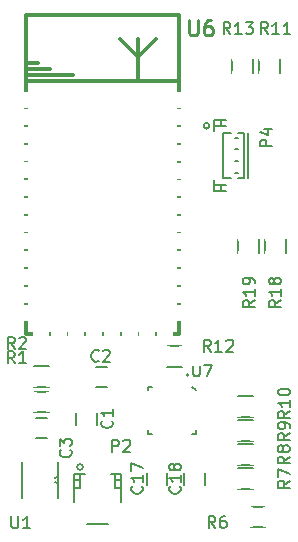
<source format=gto>
G04 #@! TF.FileFunction,Legend,Top*
%FSLAX46Y46*%
G04 Gerber Fmt 4.6, Leading zero omitted, Abs format (unit mm)*
G04 Created by KiCad (PCBNEW 4.0.4-stable) date 01/25/17 01:33:10*
%MOMM*%
%LPD*%
G01*
G04 APERTURE LIST*
%ADD10C,0.100000*%
%ADD11C,0.150000*%
%ADD12C,0.304800*%
%ADD13C,0.152400*%
%ADD14C,0.200000*%
%ADD15C,0.254000*%
%ADD16R,1.700000X1.900000*%
%ADD17R,1.950000X1.000000*%
%ADD18R,2.200000X1.600000*%
%ADD19R,1.299160X1.400760*%
%ADD20R,1.400760X1.299160*%
%ADD21R,1.900000X1.700000*%
%ADD22R,1.900000X1.650000*%
%ADD23R,1.000000X1.950000*%
%ADD24R,1.600000X2.200000*%
%ADD25R,1.650000X1.900000*%
%ADD26R,0.831800X1.797000*%
%ADD27R,2.279600X1.974800*%
%ADD28R,0.550000X1.000000*%
%ADD29R,1.000000X0.550000*%
%ADD30R,2.850000X2.850000*%
%ADD31C,1.900000*%
G04 APERTURE END LIST*
D10*
D11*
X129526000Y-57312000D02*
X129526000Y-58512000D01*
X127776000Y-58512000D02*
X127776000Y-57312000D01*
X125345000Y-47728500D02*
G75*
G03X125345000Y-47728500I-250000J0D01*
G01*
X128645000Y-48328500D02*
X128645000Y-52128500D01*
X126745000Y-47228500D02*
X125745000Y-47228500D01*
X125745000Y-47228500D02*
X125745000Y-48128500D01*
X125745000Y-47728500D02*
X126745000Y-47728500D01*
X126745000Y-47728500D02*
X126745000Y-47728500D01*
X126745000Y-47728500D02*
X125745000Y-47728500D01*
X125745000Y-47728500D02*
X125745000Y-47728500D01*
X126345000Y-47728500D02*
X126345000Y-47728500D01*
X126345000Y-47728500D02*
X126345000Y-47228500D01*
X126345000Y-47228500D02*
X126345000Y-47228500D01*
X126345000Y-47228500D02*
X126345000Y-47728500D01*
X126745000Y-53228500D02*
X125745000Y-53228500D01*
X125745000Y-53228500D02*
X125745000Y-52328500D01*
X125745000Y-52728500D02*
X126745000Y-52728500D01*
X126745000Y-52728500D02*
X126745000Y-52728500D01*
X126745000Y-52728500D02*
X125745000Y-52728500D01*
X125745000Y-52728500D02*
X125745000Y-52728500D01*
X126345000Y-52728500D02*
X126345000Y-52728500D01*
X126345000Y-52728500D02*
X126345000Y-53228500D01*
X126345000Y-53228500D02*
X126345000Y-53228500D01*
X126345000Y-53228500D02*
X126345000Y-52728500D01*
X127745000Y-48328500D02*
X128245000Y-48328500D01*
X128245000Y-48328500D02*
X128245000Y-52128500D01*
X128245000Y-52128500D02*
X127745000Y-52128500D01*
X127145000Y-48328500D02*
X126495000Y-48328500D01*
X126495000Y-48328500D02*
X126495000Y-52128500D01*
X126495000Y-52128500D02*
X127145000Y-52128500D01*
X127745000Y-48728500D02*
X127545000Y-48728500D01*
X127745000Y-49728500D02*
X127545000Y-49728500D01*
X127745000Y-50728500D02*
X127545000Y-50728500D01*
X127745000Y-51728500D02*
X127545000Y-51728500D01*
X131304000Y-42072000D02*
X131304000Y-43272000D01*
X129554000Y-43272000D02*
X129554000Y-42072000D01*
X129018000Y-42072000D02*
X129018000Y-43272000D01*
X127268000Y-43272000D02*
X127268000Y-42072000D01*
X130062000Y-58512000D02*
X130062000Y-57312000D01*
X131812000Y-57312000D02*
X131812000Y-58512000D01*
D12*
X109809280Y-42418000D02*
X110807500Y-42418000D01*
X109809280Y-42918380D02*
X111808260Y-42918380D01*
X109809280Y-43418760D02*
X113809780Y-43418760D01*
X119308880Y-41917620D02*
X120810020Y-40419020D01*
X119308880Y-40419020D02*
X119308880Y-41917620D01*
X119308880Y-43916600D02*
X119308880Y-41917620D01*
X119308880Y-41917620D02*
X117807740Y-40419020D01*
X109809280Y-43916600D02*
X122809000Y-43916600D01*
X109809280Y-38315900D02*
X109809280Y-65316100D01*
X109809280Y-65316100D02*
X122809000Y-65316100D01*
X122809000Y-38315900D02*
X122809000Y-65316100D01*
X109809280Y-38315900D02*
X122809000Y-38315900D01*
D11*
X111725000Y-69836000D02*
X110525000Y-69836000D01*
X110525000Y-68086000D02*
X111725000Y-68086000D01*
X116705000Y-68111000D02*
X115705000Y-68111000D01*
X115705000Y-69811000D02*
X116705000Y-69811000D01*
X111725000Y-71995000D02*
X110525000Y-71995000D01*
X110525000Y-70245000D02*
X111725000Y-70245000D01*
X114637500Y-76616000D02*
G75*
G03X114637500Y-76616000I-250000J0D01*
G01*
X114987500Y-81441000D02*
X116787500Y-81441000D01*
X113887500Y-79541000D02*
X113887500Y-77191000D01*
X113887500Y-77191000D02*
X114787500Y-77191000D01*
X114387500Y-77191000D02*
X114387500Y-78391000D01*
X114387500Y-78391000D02*
X114387500Y-78391000D01*
X114387500Y-78391000D02*
X114387500Y-77191000D01*
X114387500Y-77191000D02*
X114387500Y-77191000D01*
X114387500Y-77691000D02*
X114387500Y-77691000D01*
X114387500Y-77691000D02*
X113887500Y-77691000D01*
X113887500Y-77691000D02*
X113887500Y-77691000D01*
X113887500Y-77691000D02*
X114387500Y-77691000D01*
X114387500Y-78391000D02*
X114387500Y-78391000D01*
X114387500Y-78391000D02*
X113887500Y-78391000D01*
X113887500Y-78391000D02*
X113887500Y-78391000D01*
X113887500Y-78391000D02*
X114387500Y-78391000D01*
X117887500Y-79541000D02*
X117887500Y-77191000D01*
X117887500Y-77191000D02*
X116987500Y-77191000D01*
X117387500Y-77191000D02*
X117387500Y-78391000D01*
X117387500Y-78391000D02*
X117387500Y-78391000D01*
X117387500Y-78391000D02*
X117387500Y-77191000D01*
X117387500Y-77191000D02*
X117387500Y-77191000D01*
X117387500Y-77691000D02*
X117387500Y-77691000D01*
X117387500Y-77691000D02*
X117887500Y-77691000D01*
X117887500Y-77691000D02*
X117887500Y-77691000D01*
X117887500Y-77691000D02*
X117387500Y-77691000D01*
X117387500Y-78391000D02*
X117387500Y-78391000D01*
X117387500Y-78391000D02*
X117887500Y-78391000D01*
X117887500Y-78391000D02*
X117887500Y-78391000D01*
X117887500Y-78391000D02*
X117387500Y-78391000D01*
X114085000Y-72017000D02*
X114085000Y-73017000D01*
X115785000Y-73017000D02*
X115785000Y-72017000D01*
X111625000Y-72492500D02*
X110625000Y-72492500D01*
X110625000Y-74192500D02*
X111625000Y-74192500D01*
D13*
X109474000Y-76200000D02*
X109474000Y-79248000D01*
X112522000Y-79248000D02*
X112522000Y-78028800D01*
X112522000Y-78028800D02*
X112522000Y-77419200D01*
X112522000Y-77419200D02*
X112522000Y-76200000D01*
X112522002Y-78028803D02*
G75*
G02X112268000Y-77901800I-2372J312755D01*
G01*
X112268001Y-77546204D02*
G75*
G02X112522000Y-77419200I251629J-185748D01*
G01*
D11*
X128997000Y-78472000D02*
X127797000Y-78472000D01*
X127797000Y-76722000D02*
X128997000Y-76722000D01*
X124929000Y-78097000D02*
X124929000Y-77097000D01*
X123229000Y-77097000D02*
X123229000Y-78097000D01*
X130076500Y-81710500D02*
X128876500Y-81710500D01*
X128876500Y-79960500D02*
X130076500Y-79960500D01*
X128997000Y-76440000D02*
X127797000Y-76440000D01*
X127797000Y-74690000D02*
X128997000Y-74690000D01*
X128997000Y-74408000D02*
X127797000Y-74408000D01*
X127797000Y-72658000D02*
X128997000Y-72658000D01*
X121754000Y-78097000D02*
X121754000Y-77097000D01*
X120054000Y-77097000D02*
X120054000Y-78097000D01*
X128997000Y-72376000D02*
X127797000Y-72376000D01*
X127797000Y-70626000D02*
X128997000Y-70626000D01*
X121787360Y-66368960D02*
X122987360Y-66368960D01*
X122987360Y-68118960D02*
X121787360Y-68118960D01*
D14*
X123874000Y-69818500D02*
X124174000Y-70118500D01*
X124174000Y-73518500D02*
X124174000Y-73818500D01*
X124174000Y-73818500D02*
X123874000Y-73818500D01*
X120174000Y-70118500D02*
X120174000Y-69818500D01*
X120174000Y-69818500D02*
X120474000Y-69818500D01*
X120474000Y-73818500D02*
X120174000Y-73818500D01*
X120174000Y-73818500D02*
X120174000Y-73518500D01*
D10*
X123615420Y-68818500D02*
G75*
G03X123615420Y-68818500I-141420J0D01*
G01*
D11*
X129166881Y-62491857D02*
X128690690Y-62825191D01*
X129166881Y-63063286D02*
X128166881Y-63063286D01*
X128166881Y-62682333D01*
X128214500Y-62587095D01*
X128262119Y-62539476D01*
X128357357Y-62491857D01*
X128500214Y-62491857D01*
X128595452Y-62539476D01*
X128643071Y-62587095D01*
X128690690Y-62682333D01*
X128690690Y-63063286D01*
X129166881Y-61539476D02*
X129166881Y-62110905D01*
X129166881Y-61825191D02*
X128166881Y-61825191D01*
X128309738Y-61920429D01*
X128404976Y-62015667D01*
X128452595Y-62110905D01*
X129166881Y-61063286D02*
X129166881Y-60872810D01*
X129119262Y-60777571D01*
X129071643Y-60729952D01*
X128928786Y-60634714D01*
X128738310Y-60587095D01*
X128357357Y-60587095D01*
X128262119Y-60634714D01*
X128214500Y-60682333D01*
X128166881Y-60777571D01*
X128166881Y-60968048D01*
X128214500Y-61063286D01*
X128262119Y-61110905D01*
X128357357Y-61158524D01*
X128595452Y-61158524D01*
X128690690Y-61110905D01*
X128738310Y-61063286D01*
X128785929Y-60968048D01*
X128785929Y-60777571D01*
X128738310Y-60682333D01*
X128690690Y-60634714D01*
X128595452Y-60587095D01*
X130634881Y-49466595D02*
X129634881Y-49466595D01*
X129634881Y-49085642D01*
X129682500Y-48990404D01*
X129730119Y-48942785D01*
X129825357Y-48895166D01*
X129968214Y-48895166D01*
X130063452Y-48942785D01*
X130111071Y-48990404D01*
X130158690Y-49085642D01*
X130158690Y-49466595D01*
X129968214Y-48038023D02*
X130634881Y-48038023D01*
X129587262Y-48276119D02*
X130301548Y-48514214D01*
X130301548Y-47895166D01*
X130294143Y-39949381D02*
X129960809Y-39473190D01*
X129722714Y-39949381D02*
X129722714Y-38949381D01*
X130103667Y-38949381D01*
X130198905Y-38997000D01*
X130246524Y-39044619D01*
X130294143Y-39139857D01*
X130294143Y-39282714D01*
X130246524Y-39377952D01*
X130198905Y-39425571D01*
X130103667Y-39473190D01*
X129722714Y-39473190D01*
X131246524Y-39949381D02*
X130675095Y-39949381D01*
X130960809Y-39949381D02*
X130960809Y-38949381D01*
X130865571Y-39092238D01*
X130770333Y-39187476D01*
X130675095Y-39235095D01*
X132198905Y-39949381D02*
X131627476Y-39949381D01*
X131913190Y-39949381D02*
X131913190Y-38949381D01*
X131817952Y-39092238D01*
X131722714Y-39187476D01*
X131627476Y-39235095D01*
X127119143Y-39949381D02*
X126785809Y-39473190D01*
X126547714Y-39949381D02*
X126547714Y-38949381D01*
X126928667Y-38949381D01*
X127023905Y-38997000D01*
X127071524Y-39044619D01*
X127119143Y-39139857D01*
X127119143Y-39282714D01*
X127071524Y-39377952D01*
X127023905Y-39425571D01*
X126928667Y-39473190D01*
X126547714Y-39473190D01*
X128071524Y-39949381D02*
X127500095Y-39949381D01*
X127785809Y-39949381D02*
X127785809Y-38949381D01*
X127690571Y-39092238D01*
X127595333Y-39187476D01*
X127500095Y-39235095D01*
X128404857Y-38949381D02*
X129023905Y-38949381D01*
X128690571Y-39330333D01*
X128833429Y-39330333D01*
X128928667Y-39377952D01*
X128976286Y-39425571D01*
X129023905Y-39520810D01*
X129023905Y-39758905D01*
X128976286Y-39854143D01*
X128928667Y-39901762D01*
X128833429Y-39949381D01*
X128547714Y-39949381D01*
X128452476Y-39901762D01*
X128404857Y-39854143D01*
X131389381Y-62491857D02*
X130913190Y-62825191D01*
X131389381Y-63063286D02*
X130389381Y-63063286D01*
X130389381Y-62682333D01*
X130437000Y-62587095D01*
X130484619Y-62539476D01*
X130579857Y-62491857D01*
X130722714Y-62491857D01*
X130817952Y-62539476D01*
X130865571Y-62587095D01*
X130913190Y-62682333D01*
X130913190Y-63063286D01*
X131389381Y-61539476D02*
X131389381Y-62110905D01*
X131389381Y-61825191D02*
X130389381Y-61825191D01*
X130532238Y-61920429D01*
X130627476Y-62015667D01*
X130675095Y-62110905D01*
X130817952Y-60968048D02*
X130770333Y-61063286D01*
X130722714Y-61110905D01*
X130627476Y-61158524D01*
X130579857Y-61158524D01*
X130484619Y-61110905D01*
X130437000Y-61063286D01*
X130389381Y-60968048D01*
X130389381Y-60777571D01*
X130437000Y-60682333D01*
X130484619Y-60634714D01*
X130579857Y-60587095D01*
X130627476Y-60587095D01*
X130722714Y-60634714D01*
X130770333Y-60682333D01*
X130817952Y-60777571D01*
X130817952Y-60968048D01*
X130865571Y-61063286D01*
X130913190Y-61110905D01*
X131008429Y-61158524D01*
X131198905Y-61158524D01*
X131294143Y-61110905D01*
X131341762Y-61063286D01*
X131389381Y-60968048D01*
X131389381Y-60777571D01*
X131341762Y-60682333D01*
X131294143Y-60634714D01*
X131198905Y-60587095D01*
X131008429Y-60587095D01*
X130913190Y-60634714D01*
X130865571Y-60682333D01*
X130817952Y-60777571D01*
D15*
X123619381Y-38801524D02*
X123619381Y-39829619D01*
X123679857Y-39950571D01*
X123740333Y-40011048D01*
X123861286Y-40071524D01*
X124103190Y-40071524D01*
X124224143Y-40011048D01*
X124284619Y-39950571D01*
X124345095Y-39829619D01*
X124345095Y-38801524D01*
X125494143Y-38801524D02*
X125252238Y-38801524D01*
X125131286Y-38862000D01*
X125070809Y-38922476D01*
X124949857Y-39103905D01*
X124889381Y-39345810D01*
X124889381Y-39829619D01*
X124949857Y-39950571D01*
X125010333Y-40011048D01*
X125131286Y-40071524D01*
X125373190Y-40071524D01*
X125494143Y-40011048D01*
X125554619Y-39950571D01*
X125615095Y-39829619D01*
X125615095Y-39527238D01*
X125554619Y-39406286D01*
X125494143Y-39345810D01*
X125373190Y-39285333D01*
X125131286Y-39285333D01*
X125010333Y-39345810D01*
X124949857Y-39406286D01*
X124889381Y-39527238D01*
D11*
X108862834Y-66619381D02*
X108529500Y-66143190D01*
X108291405Y-66619381D02*
X108291405Y-65619381D01*
X108672358Y-65619381D01*
X108767596Y-65667000D01*
X108815215Y-65714619D01*
X108862834Y-65809857D01*
X108862834Y-65952714D01*
X108815215Y-66047952D01*
X108767596Y-66095571D01*
X108672358Y-66143190D01*
X108291405Y-66143190D01*
X109243786Y-65714619D02*
X109291405Y-65667000D01*
X109386643Y-65619381D01*
X109624739Y-65619381D01*
X109719977Y-65667000D01*
X109767596Y-65714619D01*
X109815215Y-65809857D01*
X109815215Y-65905095D01*
X109767596Y-66047952D01*
X109196167Y-66619381D01*
X109815215Y-66619381D01*
X115974834Y-67603643D02*
X115927215Y-67651262D01*
X115784358Y-67698881D01*
X115689120Y-67698881D01*
X115546262Y-67651262D01*
X115451024Y-67556024D01*
X115403405Y-67460786D01*
X115355786Y-67270310D01*
X115355786Y-67127452D01*
X115403405Y-66936976D01*
X115451024Y-66841738D01*
X115546262Y-66746500D01*
X115689120Y-66698881D01*
X115784358Y-66698881D01*
X115927215Y-66746500D01*
X115974834Y-66794119D01*
X116355786Y-66794119D02*
X116403405Y-66746500D01*
X116498643Y-66698881D01*
X116736739Y-66698881D01*
X116831977Y-66746500D01*
X116879596Y-66794119D01*
X116927215Y-66889357D01*
X116927215Y-66984595D01*
X116879596Y-67127452D01*
X116308167Y-67698881D01*
X116927215Y-67698881D01*
X108862834Y-67825881D02*
X108529500Y-67349690D01*
X108291405Y-67825881D02*
X108291405Y-66825881D01*
X108672358Y-66825881D01*
X108767596Y-66873500D01*
X108815215Y-66921119D01*
X108862834Y-67016357D01*
X108862834Y-67159214D01*
X108815215Y-67254452D01*
X108767596Y-67302071D01*
X108672358Y-67349690D01*
X108291405Y-67349690D01*
X109815215Y-67825881D02*
X109243786Y-67825881D01*
X109529500Y-67825881D02*
X109529500Y-66825881D01*
X109434262Y-66968738D01*
X109339024Y-67063976D01*
X109243786Y-67111595D01*
X117117905Y-75318881D02*
X117117905Y-74318881D01*
X117498858Y-74318881D01*
X117594096Y-74366500D01*
X117641715Y-74414119D01*
X117689334Y-74509357D01*
X117689334Y-74652214D01*
X117641715Y-74747452D01*
X117594096Y-74795071D01*
X117498858Y-74842690D01*
X117117905Y-74842690D01*
X118070286Y-74414119D02*
X118117905Y-74366500D01*
X118213143Y-74318881D01*
X118451239Y-74318881D01*
X118546477Y-74366500D01*
X118594096Y-74414119D01*
X118641715Y-74509357D01*
X118641715Y-74604595D01*
X118594096Y-74747452D01*
X118022667Y-75318881D01*
X118641715Y-75318881D01*
X117070143Y-72683666D02*
X117117762Y-72731285D01*
X117165381Y-72874142D01*
X117165381Y-72969380D01*
X117117762Y-73112238D01*
X117022524Y-73207476D01*
X116927286Y-73255095D01*
X116736810Y-73302714D01*
X116593952Y-73302714D01*
X116403476Y-73255095D01*
X116308238Y-73207476D01*
X116213000Y-73112238D01*
X116165381Y-72969380D01*
X116165381Y-72874142D01*
X116213000Y-72731285D01*
X116260619Y-72683666D01*
X117165381Y-71731285D02*
X117165381Y-72302714D01*
X117165381Y-72017000D02*
X116165381Y-72017000D01*
X116308238Y-72112238D01*
X116403476Y-72207476D01*
X116451095Y-72302714D01*
X113577643Y-75160166D02*
X113625262Y-75207785D01*
X113672881Y-75350642D01*
X113672881Y-75445880D01*
X113625262Y-75588738D01*
X113530024Y-75683976D01*
X113434786Y-75731595D01*
X113244310Y-75779214D01*
X113101452Y-75779214D01*
X112910976Y-75731595D01*
X112815738Y-75683976D01*
X112720500Y-75588738D01*
X112672881Y-75445880D01*
X112672881Y-75350642D01*
X112720500Y-75207785D01*
X112768119Y-75160166D01*
X112672881Y-74826833D02*
X112672881Y-74207785D01*
X113053833Y-74541119D01*
X113053833Y-74398261D01*
X113101452Y-74303023D01*
X113149071Y-74255404D01*
X113244310Y-74207785D01*
X113482405Y-74207785D01*
X113577643Y-74255404D01*
X113625262Y-74303023D01*
X113672881Y-74398261D01*
X113672881Y-74683976D01*
X113625262Y-74779214D01*
X113577643Y-74826833D01*
X108585095Y-80795881D02*
X108585095Y-81605405D01*
X108632714Y-81700643D01*
X108680333Y-81748262D01*
X108775571Y-81795881D01*
X108966048Y-81795881D01*
X109061286Y-81748262D01*
X109108905Y-81700643D01*
X109156524Y-81605405D01*
X109156524Y-80795881D01*
X110156524Y-81795881D02*
X109585095Y-81795881D01*
X109870809Y-81795881D02*
X109870809Y-80795881D01*
X109775571Y-80938738D01*
X109680333Y-81033976D01*
X109585095Y-81081595D01*
X132146301Y-77778906D02*
X131670110Y-78112240D01*
X132146301Y-78350335D02*
X131146301Y-78350335D01*
X131146301Y-77969382D01*
X131193920Y-77874144D01*
X131241539Y-77826525D01*
X131336777Y-77778906D01*
X131479634Y-77778906D01*
X131574872Y-77826525D01*
X131622491Y-77874144D01*
X131670110Y-77969382D01*
X131670110Y-78350335D01*
X131146301Y-77445573D02*
X131146301Y-76778906D01*
X132146301Y-77207478D01*
X122848643Y-78239857D02*
X122896262Y-78287476D01*
X122943881Y-78430333D01*
X122943881Y-78525571D01*
X122896262Y-78668429D01*
X122801024Y-78763667D01*
X122705786Y-78811286D01*
X122515310Y-78858905D01*
X122372452Y-78858905D01*
X122181976Y-78811286D01*
X122086738Y-78763667D01*
X121991500Y-78668429D01*
X121943881Y-78525571D01*
X121943881Y-78430333D01*
X121991500Y-78287476D01*
X122039119Y-78239857D01*
X122943881Y-77287476D02*
X122943881Y-77858905D01*
X122943881Y-77573191D02*
X121943881Y-77573191D01*
X122086738Y-77668429D01*
X122181976Y-77763667D01*
X122229595Y-77858905D01*
X122372452Y-76716048D02*
X122324833Y-76811286D01*
X122277214Y-76858905D01*
X122181976Y-76906524D01*
X122134357Y-76906524D01*
X122039119Y-76858905D01*
X121991500Y-76811286D01*
X121943881Y-76716048D01*
X121943881Y-76525571D01*
X121991500Y-76430333D01*
X122039119Y-76382714D01*
X122134357Y-76335095D01*
X122181976Y-76335095D01*
X122277214Y-76382714D01*
X122324833Y-76430333D01*
X122372452Y-76525571D01*
X122372452Y-76716048D01*
X122420071Y-76811286D01*
X122467690Y-76858905D01*
X122562929Y-76906524D01*
X122753405Y-76906524D01*
X122848643Y-76858905D01*
X122896262Y-76811286D01*
X122943881Y-76716048D01*
X122943881Y-76525571D01*
X122896262Y-76430333D01*
X122848643Y-76382714D01*
X122753405Y-76335095D01*
X122562929Y-76335095D01*
X122467690Y-76382714D01*
X122420071Y-76430333D01*
X122372452Y-76525571D01*
X125842734Y-81767941D02*
X125509400Y-81291750D01*
X125271305Y-81767941D02*
X125271305Y-80767941D01*
X125652258Y-80767941D01*
X125747496Y-80815560D01*
X125795115Y-80863179D01*
X125842734Y-80958417D01*
X125842734Y-81101274D01*
X125795115Y-81196512D01*
X125747496Y-81244131D01*
X125652258Y-81291750D01*
X125271305Y-81291750D01*
X126699877Y-80767941D02*
X126509400Y-80767941D01*
X126414162Y-80815560D01*
X126366543Y-80863179D01*
X126271305Y-81006036D01*
X126223686Y-81196512D01*
X126223686Y-81577465D01*
X126271305Y-81672703D01*
X126318924Y-81720322D01*
X126414162Y-81767941D01*
X126604639Y-81767941D01*
X126699877Y-81720322D01*
X126747496Y-81672703D01*
X126795115Y-81577465D01*
X126795115Y-81339370D01*
X126747496Y-81244131D01*
X126699877Y-81196512D01*
X126604639Y-81148893D01*
X126414162Y-81148893D01*
X126318924Y-81196512D01*
X126271305Y-81244131D01*
X126223686Y-81339370D01*
X132125981Y-75731666D02*
X131649790Y-76065000D01*
X132125981Y-76303095D02*
X131125981Y-76303095D01*
X131125981Y-75922142D01*
X131173600Y-75826904D01*
X131221219Y-75779285D01*
X131316457Y-75731666D01*
X131459314Y-75731666D01*
X131554552Y-75779285D01*
X131602171Y-75826904D01*
X131649790Y-75922142D01*
X131649790Y-76303095D01*
X131554552Y-75160238D02*
X131506933Y-75255476D01*
X131459314Y-75303095D01*
X131364076Y-75350714D01*
X131316457Y-75350714D01*
X131221219Y-75303095D01*
X131173600Y-75255476D01*
X131125981Y-75160238D01*
X131125981Y-74969761D01*
X131173600Y-74874523D01*
X131221219Y-74826904D01*
X131316457Y-74779285D01*
X131364076Y-74779285D01*
X131459314Y-74826904D01*
X131506933Y-74874523D01*
X131554552Y-74969761D01*
X131554552Y-75160238D01*
X131602171Y-75255476D01*
X131649790Y-75303095D01*
X131745029Y-75350714D01*
X131935505Y-75350714D01*
X132030743Y-75303095D01*
X132078362Y-75255476D01*
X132125981Y-75160238D01*
X132125981Y-74969761D01*
X132078362Y-74874523D01*
X132030743Y-74826904D01*
X131935505Y-74779285D01*
X131745029Y-74779285D01*
X131649790Y-74826904D01*
X131602171Y-74874523D01*
X131554552Y-74969761D01*
X132146301Y-73760626D02*
X131670110Y-74093960D01*
X132146301Y-74332055D02*
X131146301Y-74332055D01*
X131146301Y-73951102D01*
X131193920Y-73855864D01*
X131241539Y-73808245D01*
X131336777Y-73760626D01*
X131479634Y-73760626D01*
X131574872Y-73808245D01*
X131622491Y-73855864D01*
X131670110Y-73951102D01*
X131670110Y-74332055D01*
X132146301Y-73284436D02*
X132146301Y-73093960D01*
X132098682Y-72998721D01*
X132051063Y-72951102D01*
X131908206Y-72855864D01*
X131717730Y-72808245D01*
X131336777Y-72808245D01*
X131241539Y-72855864D01*
X131193920Y-72903483D01*
X131146301Y-72998721D01*
X131146301Y-73189198D01*
X131193920Y-73284436D01*
X131241539Y-73332055D01*
X131336777Y-73379674D01*
X131574872Y-73379674D01*
X131670110Y-73332055D01*
X131717730Y-73284436D01*
X131765349Y-73189198D01*
X131765349Y-72998721D01*
X131717730Y-72903483D01*
X131670110Y-72855864D01*
X131574872Y-72808245D01*
X119610143Y-78239857D02*
X119657762Y-78287476D01*
X119705381Y-78430333D01*
X119705381Y-78525571D01*
X119657762Y-78668429D01*
X119562524Y-78763667D01*
X119467286Y-78811286D01*
X119276810Y-78858905D01*
X119133952Y-78858905D01*
X118943476Y-78811286D01*
X118848238Y-78763667D01*
X118753000Y-78668429D01*
X118705381Y-78525571D01*
X118705381Y-78430333D01*
X118753000Y-78287476D01*
X118800619Y-78239857D01*
X119705381Y-77287476D02*
X119705381Y-77858905D01*
X119705381Y-77573191D02*
X118705381Y-77573191D01*
X118848238Y-77668429D01*
X118943476Y-77763667D01*
X118991095Y-77858905D01*
X118705381Y-76954143D02*
X118705381Y-76287476D01*
X119705381Y-76716048D01*
X132166621Y-71879697D02*
X131690430Y-72213031D01*
X132166621Y-72451126D02*
X131166621Y-72451126D01*
X131166621Y-72070173D01*
X131214240Y-71974935D01*
X131261859Y-71927316D01*
X131357097Y-71879697D01*
X131499954Y-71879697D01*
X131595192Y-71927316D01*
X131642811Y-71974935D01*
X131690430Y-72070173D01*
X131690430Y-72451126D01*
X132166621Y-70927316D02*
X132166621Y-71498745D01*
X132166621Y-71213031D02*
X131166621Y-71213031D01*
X131309478Y-71308269D01*
X131404716Y-71403507D01*
X131452335Y-71498745D01*
X131166621Y-70308269D02*
X131166621Y-70213030D01*
X131214240Y-70117792D01*
X131261859Y-70070173D01*
X131357097Y-70022554D01*
X131547573Y-69974935D01*
X131785669Y-69974935D01*
X131976145Y-70022554D01*
X132071383Y-70070173D01*
X132119002Y-70117792D01*
X132166621Y-70213030D01*
X132166621Y-70308269D01*
X132119002Y-70403507D01*
X132071383Y-70451126D01*
X131976145Y-70498745D01*
X131785669Y-70546364D01*
X131547573Y-70546364D01*
X131357097Y-70498745D01*
X131261859Y-70451126D01*
X131214240Y-70403507D01*
X131166621Y-70308269D01*
X125446543Y-66853061D02*
X125113209Y-66376870D01*
X124875114Y-66853061D02*
X124875114Y-65853061D01*
X125256067Y-65853061D01*
X125351305Y-65900680D01*
X125398924Y-65948299D01*
X125446543Y-66043537D01*
X125446543Y-66186394D01*
X125398924Y-66281632D01*
X125351305Y-66329251D01*
X125256067Y-66376870D01*
X124875114Y-66376870D01*
X126398924Y-66853061D02*
X125827495Y-66853061D01*
X126113209Y-66853061D02*
X126113209Y-65853061D01*
X126017971Y-65995918D01*
X125922733Y-66091156D01*
X125827495Y-66138775D01*
X126779876Y-65948299D02*
X126827495Y-65900680D01*
X126922733Y-65853061D01*
X127160829Y-65853061D01*
X127256067Y-65900680D01*
X127303686Y-65948299D01*
X127351305Y-66043537D01*
X127351305Y-66138775D01*
X127303686Y-66281632D01*
X126732257Y-66853061D01*
X127351305Y-66853061D01*
X123952095Y-67946021D02*
X123952095Y-68755545D01*
X123999714Y-68850783D01*
X124047333Y-68898402D01*
X124142571Y-68946021D01*
X124333048Y-68946021D01*
X124428286Y-68898402D01*
X124475905Y-68850783D01*
X124523524Y-68755545D01*
X124523524Y-67946021D01*
X124904476Y-67946021D02*
X125571143Y-67946021D01*
X125142571Y-68946021D01*
%LPC*%
D16*
X128651000Y-59262000D03*
X128651000Y-56562000D03*
D17*
X125420000Y-48728500D03*
X125420000Y-49728500D03*
X125420000Y-50728500D03*
X125420000Y-51728500D03*
D18*
X127945000Y-47428500D03*
X127945000Y-53028500D03*
D16*
X130429000Y-44022000D03*
X130429000Y-41322000D03*
X128143000Y-44022000D03*
X128143000Y-41322000D03*
X130937000Y-56562000D03*
X130937000Y-59262000D03*
D19*
X122656600Y-63571120D03*
X122656600Y-62069980D03*
X122656600Y-60520580D03*
X122656600Y-59019440D03*
X122656600Y-57520840D03*
X122656600Y-56019700D03*
X122656600Y-54521100D03*
X122656600Y-53019960D03*
X122656600Y-51521360D03*
X122656600Y-50020220D03*
X122656600Y-48519080D03*
X122656600Y-47020480D03*
X122651520Y-45516800D03*
X109938820Y-45506640D03*
X109948980Y-47007780D03*
X109948980Y-48506380D03*
X109948980Y-50007520D03*
X109948980Y-51508660D03*
X109948980Y-53007260D03*
X109948980Y-54508400D03*
X109948980Y-56007000D03*
X109948980Y-57508140D03*
X109948980Y-59006740D03*
X109948980Y-60507880D03*
X109948980Y-62057280D03*
X109948980Y-63558420D03*
D20*
X111079280Y-65166240D03*
X112577880Y-65166240D03*
X114089180Y-65166240D03*
X115587780Y-65166240D03*
X117088920Y-65166240D03*
X118590060Y-65166240D03*
X120088660Y-65166240D03*
X121589800Y-65166240D03*
D21*
X109775000Y-68961000D03*
X112475000Y-68961000D03*
D22*
X114955000Y-68961000D03*
X117455000Y-68961000D03*
D21*
X109775000Y-71120000D03*
X112475000Y-71120000D03*
D23*
X115387500Y-76866000D03*
X116387500Y-76866000D03*
D24*
X114087500Y-80741000D03*
X117687500Y-80741000D03*
D25*
X114935000Y-73767000D03*
X114935000Y-71267000D03*
D22*
X109875000Y-73342500D03*
X112375000Y-73342500D03*
D26*
X111963200Y-75590400D03*
X111328200Y-75590400D03*
X110667800Y-75590400D03*
X110032800Y-75590400D03*
X110032800Y-79857600D03*
X110667800Y-79857600D03*
X111328200Y-79857600D03*
X111963200Y-79857600D03*
D27*
X110998000Y-77724000D03*
D21*
X127047000Y-77597000D03*
X129747000Y-77597000D03*
D25*
X124079000Y-76347000D03*
X124079000Y-78847000D03*
D21*
X128126500Y-80835500D03*
X130826500Y-80835500D03*
X127047000Y-75565000D03*
X129747000Y-75565000D03*
X127047000Y-73533000D03*
X129747000Y-73533000D03*
D25*
X120904000Y-76347000D03*
X120904000Y-78847000D03*
D21*
X127047000Y-71501000D03*
X129747000Y-71501000D03*
X123737360Y-67243960D03*
X121037360Y-67243960D03*
D28*
X123424000Y-69818500D03*
X122924000Y-69818500D03*
X122424000Y-69818500D03*
X121924000Y-69818500D03*
X121424000Y-69818500D03*
X120924000Y-69818500D03*
D29*
X120174000Y-70568500D03*
X120174000Y-71068500D03*
X120174000Y-71568500D03*
X120174000Y-72068500D03*
X120174000Y-72568500D03*
X120174000Y-73068500D03*
D28*
X120924000Y-73818500D03*
X121424000Y-73818500D03*
X121924000Y-73818500D03*
X122424000Y-73818500D03*
X122924000Y-73818500D03*
X123424000Y-73818500D03*
D29*
X124174000Y-73068500D03*
X124174000Y-72568500D03*
X124174000Y-72068500D03*
X124174000Y-71568500D03*
X124174000Y-71068500D03*
X124174000Y-70568500D03*
D30*
X122174000Y-71818500D03*
D31*
X126238000Y-79549000D03*
X126238000Y-69549000D03*
M02*

</source>
